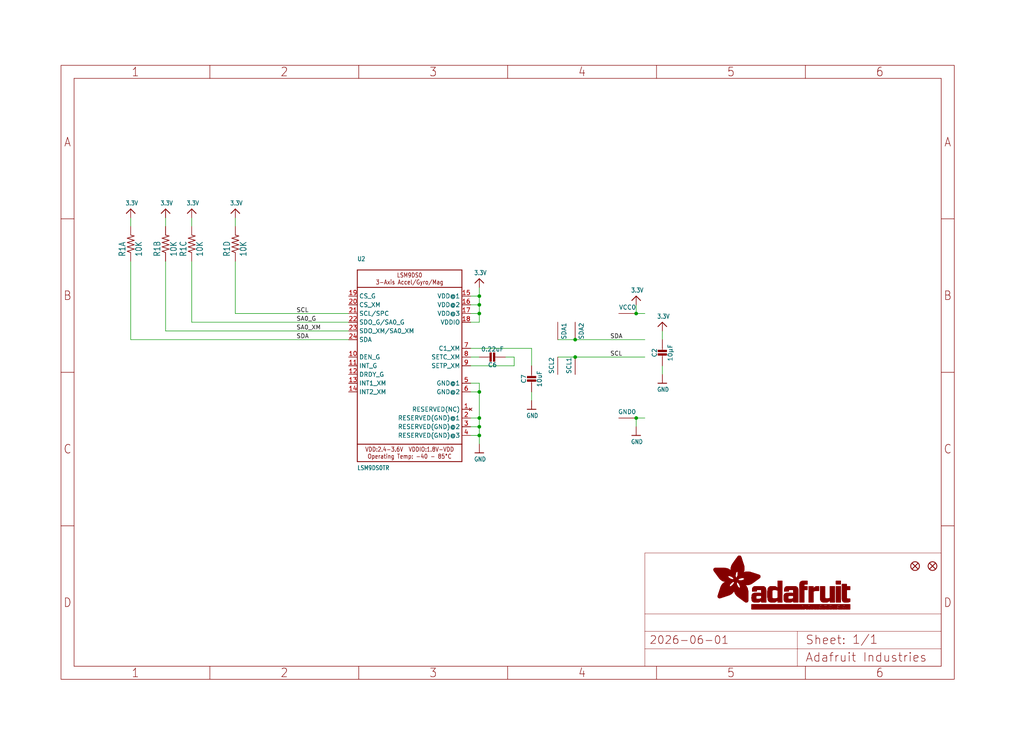
<source format=kicad_sch>
(kicad_sch (version 20230121) (generator eeschema)
  (paper "User" 298.45 217.322)
  (lib_symbols
    (symbol "working-eagle-import:3.3V" (power)
      (property "Value" "3.3V" (at -1.524 1.016 0))
      (symbol "3.3V_1_0"
        (pin power_in line (at 0 -2.54 90) (length 2.54) (name "3.3V") (number "1"))
      )
    )
    (symbol "working-eagle-import:CAP_CERAMIC0805-NOOUTLINE"
      (property "Reference" "C" (at -2.29 1.25 90))
      (symbol "CAP_CERAMIC0805-NOOUTLINE_1_0"
        (pin passive line (at 0 5.08 270) (length 2.54) (name "1") (number "1"))
        (pin passive line (at 0 -2.54 90) (length 2.54) (name "2") (number "2"))
      )
    )
    (symbol "working-eagle-import:CAP_CERAMIC0805_10MGAP"
      (property "Reference" "C" (at -2.29 1.25 90))
      (symbol "CAP_CERAMIC0805_10MGAP_1_0"
        (pin passive line (at 0 5.08 270) (length 2.54) (name "1") (number "1"))
        (pin passive line (at 0 -2.54 90) (length 2.54) (name "2") (number "2"))
      )
    )
    (symbol "working-eagle-import:FIDUCIAL{dblquote}{dblquote}")
    (symbol "working-eagle-import:FRAME_A4_ADAFRUIT"
      (symbol "FRAME_A4_ADAFRUIT_1_0"
        (text "${#}/${##}" (at 230.505 10.16 0) (effects (font (size 2.54 2.54)) (justify left bottom)))
        (text "${CURRENT_DATE}" (at 171.45 10.16 0) (effects (font (size 2.286 2.286)) (justify left bottom)))
        (text "${PROJECTNAME}" (at 171.45 15.24 0) (effects (font (size 2.54 2.54)) (justify left bottom)))
        (text "1" (at 21.6958 1.905 0) (effects (font (size 2.54 2.286))))
        (text "1" (at 21.6958 177.165 0) (effects (font (size 2.54 2.286))))
        (text "2" (at 65.0875 1.905 0) (effects (font (size 2.54 2.286))))
        (text "2" (at 65.0875 177.165 0) (effects (font (size 2.54 2.286))))
        (text "3" (at 108.4792 1.905 0) (effects (font (size 2.54 2.286))))
        (text "3" (at 108.4792 177.165 0) (effects (font (size 2.54 2.286))))
        (text "4" (at 151.8708 1.905 0) (effects (font (size 2.54 2.286))))
        (text "4" (at 151.8708 177.165 0) (effects (font (size 2.54 2.286))))
        (text "5" (at 195.2625 1.905 0) (effects (font (size 2.54 2.286))))
        (text "5" (at 195.2625 177.165 0) (effects (font (size 2.54 2.286))))
        (text "6" (at 238.6542 1.905 0) (effects (font (size 2.54 2.286))))
        (text "6" (at 238.6542 177.165 0) (effects (font (size 2.54 2.286))))
        (text "A" (at 1.905 156.6863 0) (effects (font (size 2.54 2.286))))
        (text "A" (at 258.445 156.6863 0) (effects (font (size 2.54 2.286))))
        (text "Adafruit Industries" (at 216.916 4.953 0) (effects (font (size 2.54 2.54)) (justify left bottom)))
        (text "B" (at 1.905 111.9188 0) (effects (font (size 2.54 2.286))))
        (text "B" (at 258.445 111.9188 0) (effects (font (size 2.54 2.286))))
        (text "C" (at 1.905 67.1513 0) (effects (font (size 2.54 2.286))))
        (text "C" (at 258.445 67.1513 0) (effects (font (size 2.54 2.286))))
        (text "D" (at 1.905 22.3838 0) (effects (font (size 2.54 2.286))))
        (text "D" (at 258.445 22.3838 0) (effects (font (size 2.54 2.286))))
        (text "Sheet:" (at 216.916 10.033 0) (effects (font (size 2.54 2.54)) (justify left bottom)))
      )
    )
    (symbol "working-eagle-import:GND" (power)
      (property "Value" "GND" (at -1.524 -2.54 0))
      (symbol "GND_1_0"
        (pin power_in line (at 0 2.54 270) (length 2.54) (name "GND") (number "1"))
      )
    )
    (symbol "working-eagle-import:LSM9DS0"
      (property "Reference" "U" (at -15.24 25.4 0))
      (symbol "LSM9DS0_1_0"
        (text "LSM9DS0\n3-Axis Accel/Gyro/Mag" (at 0 20.32 0) (effects (font (size 1.27 1.0795))))
        (text "VDD:2.4-3.6V  VDDIO:1.8V-VDD\nOperating Temp: -40 - 85°C" (at 0 -30.48 0) (effects (font (size 1.27 1.0795))))
        (pin no_connect line (at 17.78 -17.78 180) (length 2.54) (name "RESERVED(NC)") (number "1"))
        (pin bidirectional line (at -17.78 -2.54 0) (length 2.54) (name "DEN_G") (number "10"))
        (pin bidirectional line (at -17.78 -5.08 0) (length 2.54) (name "INT_G") (number "11"))
        (pin bidirectional line (at -17.78 -7.62 0) (length 2.54) (name "DRDY_G") (number "12"))
        (pin bidirectional line (at -17.78 -10.16 0) (length 2.54) (name "INT1_XM") (number "13"))
        (pin bidirectional line (at -17.78 -12.7 0) (length 2.54) (name "INT2_XM") (number "14"))
        (pin power_in line (at 17.78 15.24 180) (length 2.54) (name "VDD@1") (number "15"))
        (pin power_in line (at 17.78 12.7 180) (length 2.54) (name "VDD@2") (number "16"))
        (pin power_in line (at 17.78 10.16 180) (length 2.54) (name "VDD@3") (number "17"))
        (pin power_in line (at 17.78 7.62 180) (length 2.54) (name "VDDIO") (number "18"))
        (pin bidirectional line (at -17.78 15.24 0) (length 2.54) (name "CS_G") (number "19"))
        (pin power_in line (at 17.78 -20.32 180) (length 2.54) (name "RESERVED(GND)@1") (number "2"))
        (pin bidirectional line (at -17.78 12.7 0) (length 2.54) (name "CS_XM") (number "20"))
        (pin bidirectional line (at -17.78 10.16 0) (length 2.54) (name "SCL/SPC") (number "21"))
        (pin bidirectional line (at -17.78 7.62 0) (length 2.54) (name "SDO_G/SA0_G") (number "22"))
        (pin bidirectional line (at -17.78 5.08 0) (length 2.54) (name "SDO_XM/SA0_XM") (number "23"))
        (pin bidirectional line (at -17.78 2.54 0) (length 2.54) (name "SDA") (number "24"))
        (pin power_in line (at 17.78 -22.86 180) (length 2.54) (name "RESERVED(GND)@2") (number "3"))
        (pin power_in line (at 17.78 -25.4 180) (length 2.54) (name "RESERVED(GND)@3") (number "4"))
        (pin power_in line (at 17.78 -10.16 180) (length 2.54) (name "GND@1") (number "5"))
        (pin power_in line (at 17.78 -12.7 180) (length 2.54) (name "GND@2") (number "6"))
        (pin bidirectional line (at 17.78 0 180) (length 2.54) (name "C1_XM") (number "7"))
        (pin bidirectional line (at 17.78 -2.54 180) (length 2.54) (name "SETC_XM") (number "8"))
        (pin bidirectional line (at 17.78 -5.08 180) (length 2.54) (name "SETP_XM") (number "9"))
      )
    )
    (symbol "working-eagle-import:RESISTOR_4PACK_US"
      (property "Reference" "R" (at -3.81 1.4986 0))
      (symbol "RESISTOR_4PACK_US_1_0"
        (pin passive line (at -5.08 0 0) (length 2.54) (name "1") (number "1"))
        (pin passive line (at 5.08 0 180) (length 2.54) (name "2") (number "8"))
      )
      (symbol "RESISTOR_4PACK_US_2_0"
        (pin passive line (at -5.08 0 0) (length 2.54) (name "1") (number "2"))
        (pin passive line (at 5.08 0 180) (length 2.54) (name "2") (number "7"))
      )
      (symbol "RESISTOR_4PACK_US_3_0"
        (pin passive line (at -5.08 0 0) (length 2.54) (name "1") (number "3"))
        (pin passive line (at 5.08 0 180) (length 2.54) (name "2") (number "6"))
      )
      (symbol "RESISTOR_4PACK_US_4_0"
        (pin passive line (at -5.08 0 0) (length 2.54) (name "1") (number "4"))
        (pin passive line (at 5.08 0 180) (length 2.54) (name "2") (number "5"))
      )
    )
    (symbol "working-eagle-import:SEWTAP0.5IN"
      (property "Reference" "TP" (at 0 2.54 0))
      (symbol "SEWTAP0.5IN_1_0"
        (pin bidirectional line (at 0 0 180) (length 5.08) (name "SEW") (number "TAP"))
      )
    )
  )
  (junction (at 167.64 104.14))
  (junction (at 185.42 91.44))
  (junction (at 139.7 86.36))
  (junction (at 139.7 124.46))
  (junction (at 139.7 127))
  (junction (at 139.7 121.92))
  (junction (at 185.42 121.92))
  (junction (at 167.64 99.06))
  (junction (at 139.7 91.44))
  (junction (at 139.7 88.9))
  (junction (at 139.7 114.3))
  (wire (pts (xy 187.96 91.44) (xy 185.42 91.44)) (stroke (width 0.1524)))
  (wire (pts (xy 185.42 91.44) (xy 185.42 88.9)) (stroke (width 0.1524)))
  (wire (pts (xy 55.88 93.98) (xy 55.88 76.2)) (stroke (width 0.1524)))
  (wire (pts (xy 154.94 101.6) (xy 154.94 106.68)) (stroke (width 0.1524)))
  (wire (pts (xy 137.16 106.68) (xy 149.86 106.68)) (stroke (width 0.1524)))
  (wire (pts (xy 137.16 101.6) (xy 154.94 101.6)) (stroke (width 0.1524)))
  (wire (pts (xy 185.42 121.92) (xy 185.42 124.46)) (stroke (width 0.1524)))
  (wire (pts (xy 167.64 99.06) (xy 162.56 99.06)) (stroke (width 0.1524)))
  (wire (pts (xy 193.04 106.68) (xy 193.04 109.22)) (stroke (width 0.1524)))
  (wire (pts (xy 68.58 66.04) (xy 68.58 63.5)) (stroke (width 0.1524)))
  (wire (pts (xy 139.7 93.98) (xy 139.7 91.44)) (stroke (width 0.1524)))
  (wire (pts (xy 187.96 104.14) (xy 167.64 104.14)) (stroke (width 0.1524)))
  (wire (pts (xy 101.6 99.06) (xy 38.1 99.06)) (stroke (width 0.1524)))
  (wire (pts (xy 101.6 91.44) (xy 68.58 91.44)) (stroke (width 0.1524)))
  (wire (pts (xy 193.04 96.52) (xy 193.04 99.06)) (stroke (width 0.1524)))
  (wire (pts (xy 55.88 66.04) (xy 55.88 63.5)) (stroke (width 0.1524)))
  (wire (pts (xy 137.16 111.76) (xy 139.7 111.76)) (stroke (width 0.1524)))
  (wire (pts (xy 139.7 124.46) (xy 139.7 127)) (stroke (width 0.1524)))
  (wire (pts (xy 139.7 121.92) (xy 139.7 124.46)) (stroke (width 0.1524)))
  (wire (pts (xy 137.16 127) (xy 139.7 127)) (stroke (width 0.1524)))
  (wire (pts (xy 137.16 93.98) (xy 139.7 93.98)) (stroke (width 0.1524)))
  (wire (pts (xy 187.96 99.06) (xy 167.64 99.06)) (stroke (width 0.1524)))
  (wire (pts (xy 139.7 91.44) (xy 139.7 88.9)) (stroke (width 0.1524)))
  (wire (pts (xy 137.16 114.3) (xy 139.7 114.3)) (stroke (width 0.1524)))
  (wire (pts (xy 139.7 111.76) (xy 139.7 114.3)) (stroke (width 0.1524)))
  (wire (pts (xy 38.1 66.04) (xy 38.1 63.5)) (stroke (width 0.1524)))
  (wire (pts (xy 149.86 106.68) (xy 149.86 104.14)) (stroke (width 0.1524)))
  (wire (pts (xy 187.96 121.92) (xy 185.42 121.92)) (stroke (width 0.1524)))
  (wire (pts (xy 48.26 96.52) (xy 48.26 76.2)) (stroke (width 0.1524)))
  (wire (pts (xy 139.7 86.36) (xy 139.7 83.82)) (stroke (width 0.1524)))
  (wire (pts (xy 101.6 96.52) (xy 48.26 96.52)) (stroke (width 0.1524)))
  (wire (pts (xy 137.16 86.36) (xy 139.7 86.36)) (stroke (width 0.1524)))
  (wire (pts (xy 154.94 114.3) (xy 154.94 116.84)) (stroke (width 0.1524)))
  (wire (pts (xy 68.58 91.44) (xy 68.58 76.2)) (stroke (width 0.1524)))
  (wire (pts (xy 137.16 88.9) (xy 139.7 88.9)) (stroke (width 0.1524)))
  (wire (pts (xy 137.16 121.92) (xy 139.7 121.92)) (stroke (width 0.1524)))
  (wire (pts (xy 139.7 88.9) (xy 139.7 86.36)) (stroke (width 0.1524)))
  (wire (pts (xy 149.86 104.14) (xy 147.32 104.14)) (stroke (width 0.1524)))
  (wire (pts (xy 139.7 114.3) (xy 139.7 121.92)) (stroke (width 0.1524)))
  (wire (pts (xy 137.16 104.14) (xy 139.7 104.14)) (stroke (width 0.1524)))
  (wire (pts (xy 167.64 104.14) (xy 162.56 104.14)) (stroke (width 0.1524)))
  (wire (pts (xy 101.6 93.98) (xy 55.88 93.98)) (stroke (width 0.1524)))
  (wire (pts (xy 137.16 91.44) (xy 139.7 91.44)) (stroke (width 0.1524)))
  (wire (pts (xy 38.1 99.06) (xy 38.1 76.2)) (stroke (width 0.1524)))
  (wire (pts (xy 48.26 66.04) (xy 48.26 63.5)) (stroke (width 0.1524)))
  (wire (pts (xy 137.16 124.46) (xy 139.7 124.46)) (stroke (width 0.1524)))
  (wire (pts (xy 139.7 127) (xy 139.7 129.54)) (stroke (width 0.1524)))
  (label "SCL" (at 86.36 91.44 0) (effects (font (size 1.2446 1.2446))))
  (label "SA0_XM" (at 86.36 96.52 0) (effects (font (size 1.2446 1.2446))))
  (label "SA0_G" (at 86.36 93.98 0) (effects (font (size 1.2446 1.2446))))
  (label "SDA" (at 177.8 99.06 0) (effects (font (size 1.2446 1.2446))))
  (label "SCL" (at 177.8 104.14 0) (effects (font (size 1.2446 1.2446))))
  (label "SDA" (at 86.36 99.06 0) (effects (font (size 1.2446 1.2446))))
  (symbol (lib_id "working-eagle-import:3.3V") (at 68.58 60.96 0) (unit 1)
    (property "Reference" "#U$8" (effects hide))
    (property "Value" "3.3V" (at 67.056 59.944 0) (effects (font (size 1.27 1.0795)) (justify left bottom)))
  )
  (symbol (lib_id "working-eagle-import:3.3V") (at 185.42 86.36 0) (unit 1)
    (property "Reference" "#U$5" (effects hide))
    (property "Value" "3.3V" (at 183.896 85.344 0) (effects (font (size 1.27 1.0795)) (justify left bottom)))
  )
  (symbol (lib_id "working-eagle-import:RESISTOR_4PACK_US") (at 55.88 71.12 90) (unit 3)
    (property "Reference" "R1" (at 54.3814 74.93 0) (effects (font (size 1.778 1.5113)) (justify left bottom)))
    (property "Value" "10K" (at 59.182 74.93 0) (effects (font (size 1.778 1.5113)) (justify left bottom)))
    (property "Footprint" "working:RESPACK_4X0603" (effects hide))
  )
  (symbol (lib_id "working-eagle-import:FRAME_A4_ADAFRUIT") (at 17.78 198.12 0) (unit 1)
    (property "Reference" "#U$1" (effects hide))
    (property "Value" "FRAME_A4_ADAFRUIT" (effects hide))
  )
  (symbol (lib_id "working-eagle-import:SEWTAP0.5IN") (at 162.56 99.06 270) (unit 1)
    (property "Reference" "SDA1" (at 165.1 99.06 0) (effects (justify right top)))
    (property "Value" "SEWTAP0.5IN" (effects hide))
    (property "Footprint" "working:SEWINGTAP_0.5" (effects hide))
  )
  (symbol (lib_id "working-eagle-import:GND") (at 185.42 127 0) (unit 1)
    (property "Reference" "#U$10" (effects hide))
    (property "Value" "GND" (at 183.896 129.54 0) (effects (font (size 1.27 1.0795)) (justify left bottom)))
  )
  (symbol (lib_id "working-eagle-import:RESISTOR_4PACK_US") (at 68.58 71.12 90) (unit 4)
    (property "Reference" "R1" (at 67.0814 74.93 0) (effects (font (size 1.778 1.5113)) (justify left bottom)))
    (property "Value" "10K" (at 71.882 74.93 0) (effects (font (size 1.778 1.5113)) (justify left bottom)))
    (property "Footprint" "working:RESPACK_4X0603" (effects hide))
  )
  (symbol (lib_id "working-eagle-import:3.3V") (at 139.7 81.28 0) (unit 1)
    (property "Reference" "#U$11" (effects hide))
    (property "Value" "3.3V" (at 138.176 80.264 0) (effects (font (size 1.27 1.0795)) (justify left bottom)))
  )
  (symbol (lib_id "working-eagle-import:3.3V") (at 193.04 93.98 0) (unit 1)
    (property "Reference" "#U$6" (effects hide))
    (property "Value" "3.3V" (at 191.516 92.964 0) (effects (font (size 1.27 1.0795)) (justify left bottom)))
  )
  (symbol (lib_id "working-eagle-import:FIDUCIAL{dblquote}{dblquote}") (at 271.78 165.1 0) (unit 1)
    (property "Reference" "FID1" (effects hide))
    (property "Value" "FIDUCIAL{dblquote}{dblquote}" (effects hide))
    (property "Footprint" "working:FIDUCIAL_1MM" (effects hide))
  )
  (symbol (lib_id "working-eagle-import:GND") (at 193.04 111.76 0) (unit 1)
    (property "Reference" "#U$9" (effects hide))
    (property "Value" "GND" (at 191.516 114.3 0) (effects (font (size 1.27 1.0795)) (justify left bottom)))
  )
  (symbol (lib_id "working-eagle-import:CAP_CERAMIC0805-NOOUTLINE") (at 144.78 104.14 90) (unit 1)
    (property "Reference" "C6" (at 143.53 106.43 90))
    (property "Value" "0.22uF" (at 143.53 101.84 90))
    (property "Footprint" "working:0805-NO" (effects hide))
  )
  (symbol (lib_id "working-eagle-import:SEWTAP0.5IN") (at 162.56 104.14 90) (unit 1)
    (property "Reference" "SCL2" (at 160.02 104.14 0) (effects (justify right top)))
    (property "Value" "SEWTAP0.5IN" (effects hide))
    (property "Footprint" "working:SEWINGTAP_0.5" (effects hide))
  )
  (symbol (lib_id "working-eagle-import:FIDUCIAL{dblquote}{dblquote}") (at 266.7 165.1 0) (unit 1)
    (property "Reference" "FID2" (effects hide))
    (property "Value" "FIDUCIAL{dblquote}{dblquote}" (effects hide))
    (property "Footprint" "working:FIDUCIAL_1MM" (effects hide))
  )
  (symbol (lib_id "working-eagle-import:SEWTAP0.5IN") (at 185.42 91.44 0) (unit 1)
    (property "Reference" "VCC0" (at 185.42 88.9 0) (effects (justify right top)))
    (property "Value" "SEWTAP0.5IN" (effects hide))
    (property "Footprint" "working:SEWINGTAP_0.5" (effects hide))
  )
  (symbol (lib_id "working-eagle-import:RESISTOR_4PACK_US") (at 48.26 71.12 90) (unit 2)
    (property "Reference" "R1" (at 46.7614 74.93 0) (effects (font (size 1.778 1.5113)) (justify left bottom)))
    (property "Value" "10K" (at 51.562 74.93 0) (effects (font (size 1.778 1.5113)) (justify left bottom)))
    (property "Footprint" "working:RESPACK_4X0603" (effects hide))
  )
  (symbol (lib_id "working-eagle-import:SEWTAP0.5IN") (at 167.64 99.06 270) (unit 1)
    (property "Reference" "SDA2" (at 170.18 99.06 0) (effects (justify right top)))
    (property "Value" "SEWTAP0.5IN" (effects hide))
    (property "Footprint" "working:SEWINGTAP_0.5" (effects hide))
  )
  (symbol (lib_id "working-eagle-import:RESISTOR_4PACK_US") (at 38.1 71.12 90) (unit 1)
    (property "Reference" "R1" (at 36.6014 74.93 0) (effects (font (size 1.778 1.5113)) (justify left bottom)))
    (property "Value" "10K" (at 41.402 74.93 0) (effects (font (size 1.778 1.5113)) (justify left bottom)))
    (property "Footprint" "working:RESPACK_4X0603" (effects hide))
  )
  (symbol (lib_id "working-eagle-import:GND") (at 139.7 132.08 0) (unit 1)
    (property "Reference" "#U$12" (effects hide))
    (property "Value" "GND" (at 138.176 134.62 0) (effects (font (size 1.27 1.0795)) (justify left bottom)))
  )
  (symbol (lib_id "working-eagle-import:CAP_CERAMIC0805-NOOUTLINE") (at 154.94 111.76 0) (unit 1)
    (property "Reference" "C7" (at 152.65 110.51 90))
    (property "Value" "10uF" (at 157.24 110.51 90))
    (property "Footprint" "working:0805-NO" (effects hide))
  )
  (symbol (lib_id "working-eagle-import:3.3V") (at 48.26 60.96 0) (unit 1)
    (property "Reference" "#U$3" (effects hide))
    (property "Value" "3.3V" (at 46.736 59.944 0) (effects (font (size 1.27 1.0795)) (justify left bottom)))
  )
  (symbol (lib_id "working-eagle-import:LSM9DS0") (at 119.38 101.6 0) (unit 1)
    (property "Reference" "U2" (at 104.14 76.2 0) (effects (font (size 1.27 1.0795)) (justify left bottom)))
    (property "Value" "LSM9DS0TR" (at 104.14 137.16 0) (effects (font (size 1.27 1.0795)) (justify left bottom)))
    (property "Footprint" "working:LGA24_4X4MM" (effects hide))
  )
  (symbol (lib_id "working-eagle-import:GND") (at 154.94 119.38 0) (unit 1)
    (property "Reference" "#U$19" (effects hide))
    (property "Value" "GND" (at 153.416 121.92 0) (effects (font (size 1.27 1.0795)) (justify left bottom)))
  )
  (symbol (lib_id "working-eagle-import:3.3V") (at 55.88 60.96 0) (unit 1)
    (property "Reference" "#U$7" (effects hide))
    (property "Value" "3.3V" (at 54.356 59.944 0) (effects (font (size 1.27 1.0795)) (justify left bottom)))
  )
  (symbol (lib_id "working-eagle-import:SEWTAP0.5IN") (at 167.64 104.14 90) (unit 1)
    (property "Reference" "SCL1" (at 165.1 104.14 0) (effects (justify right top)))
    (property "Value" "SEWTAP0.5IN" (effects hide))
    (property "Footprint" "working:SEWINGTAP_0.5" (effects hide))
  )
  (symbol (lib_id "working-eagle-import:CAP_CERAMIC0805_10MGAP") (at 193.04 104.14 0) (unit 1)
    (property "Reference" "C2" (at 190.75 102.89 90))
    (property "Value" "10µF" (at 195.34 102.89 90))
    (property "Footprint" "working:0805_10MGAP" (effects hide))
  )
  (symbol (lib_id "working-eagle-import:SEWTAP0.5IN") (at 185.42 121.92 0) (unit 1)
    (property "Reference" "GND0" (at 185.42 119.38 0) (effects (justify right top)))
    (property "Value" "SEWTAP0.5IN" (effects hide))
    (property "Footprint" "working:SEWINGTAP_0.5" (effects hide))
  )
  (symbol (lib_id "working-eagle-import:3.3V") (at 38.1 60.96 0) (unit 1)
    (property "Reference" "#U$2" (effects hide))
    (property "Value" "3.3V" (at 36.576 59.944 0) (effects (font (size 1.27 1.0795)) (justify left bottom)))
  )
)
</source>
